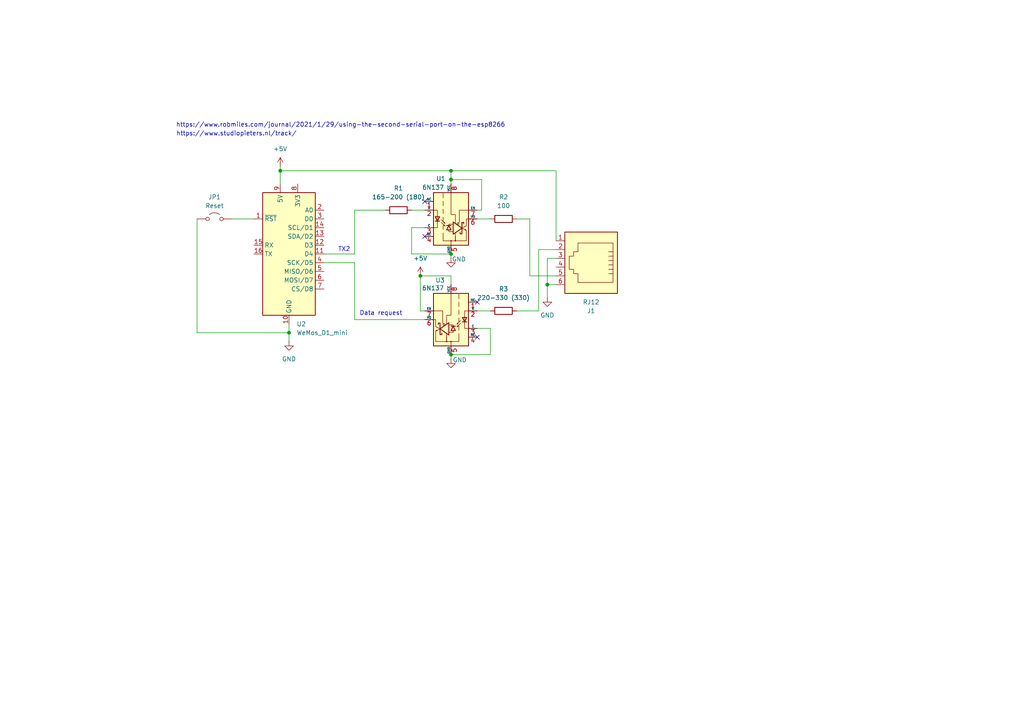
<source format=kicad_sch>
(kicad_sch (version 20231120) (generator "eeschema") (generator_version "8.0")
  (paper "A4")
  (title_block (title "Smartmeter P1 Extender") (date "2025-01-10") (rev "1.0") (company "JMNL Innovation") (comment 1 "Maurice Snoeren"))
  (lib_symbols
    (symbol "Connector:RJ12" (pin_names (offset 1.016))
      (property "Reference" "J" (at -5.08 11.43 0))
      (property "Value" "RJ12" (at 2.54 11.43 0))
      (symbol "RJ12_0_1"
        (polyline (pts (xy -6.35 -1.905) (xy -5.08 -1.905) (xy -5.08 -1.905)))
        (polyline (pts (xy -6.35 -0.635) (xy -5.08 -0.635) (xy -5.08 -0.635)))
        (polyline (pts (xy -6.35 0.635) (xy -5.08 0.635) (xy -5.08 0.635)))
        (polyline (pts (xy -6.35 1.905) (xy -5.08 1.905) (xy -5.08 1.905)))
        (polyline (pts (xy -6.35 3.175) (xy -5.08 3.175) (xy -5.08 3.175)))
        (polyline (pts (xy -5.08 4.445) (xy -6.35 4.445) (xy -6.35 4.445)))
        (polyline (pts (xy -6.35 -4.445) (xy -6.35 6.985) (xy 3.81 6.985) (xy 3.81 4.445) (xy 5.08 4.445) (xy 5.08 3.175) (xy 6.35 3.175) (xy 6.35 -0.635) (xy 5.08 -0.635) (xy 5.08 -1.905) (xy 3.81 -1.905) (xy 3.81 -4.445) (xy -6.35 -4.445) (xy -6.35 -4.445)))
        (rectangle (start 7.62 10.16) (end -7.62 -7.62) (stroke (width 0.254)) (fill (type background)))
      )
      (symbol "RJ12_1_1"
        (pin passive line (at 10.16 -5.08 180) (length 2.54) (name "~") (number "1"))
        (pin passive line (at 10.16 -2.54 180) (length 2.54) (name "~") (number "2"))
        (pin passive line (at 10.16 0 180) (length 2.54) (name "~") (number "3"))
        (pin passive line (at 10.16 2.54 180) (length 2.54) (name "~") (number "4"))
        (pin passive line (at 10.16 5.08 180) (length 2.54) (name "~") (number "5"))
        (pin passive line (at 10.16 7.62 180) (length 2.54) (name "~") (number "6"))
      )
    )
    (symbol "Device:R" (pin_numbers hide) (pin_names (offset 0))
      (property "Reference" "R" (at 2.032 0 90))
      (property "Value" "R" (at 0 0 90))
      (symbol "R_0_1"
        (rectangle (start -1.016 -2.54) (end 1.016 2.54) (stroke (width 0.254)))
      )
      (symbol "R_1_1"
        (pin passive line (at 0 3.81 270) (length 1.27) (name "~") (number "1"))
        (pin passive line (at 0 -3.81 90) (length 1.27) (name "~") (number "2"))
      )
    )
    (symbol "Isolator:6N137" (pin_names (offset 0))
      (property "Reference" "U" (at -4.064 8.89 0))
      (property "Value" "6N137" (at 0 -8.89 0))
      (symbol "6N137_0_1"
        (polyline (pts (xy 0 -6.35) (xy -2.286 -6.35) (xy -2.286 -4.064)))
        (polyline (pts (xy -5.08 -2.54) (xy -3.937 -2.54) (xy -3.937 2.54) (xy -5.08 2.54)))
        (polyline (pts (xy 1.27 -5.08) (xy 1.27 -6.35) (xy 0 -6.35) (xy 0 -7.62)))
        (polyline (pts (xy 3.175 -2.667) (xy 0.635 -4.445) (xy 0.635 -0.889) (xy 3.175 -2.667)) (stroke (width 0.254)))
        (polyline (pts (xy -2.794 -1.016) (xy -1.717 -2.093) (xy -2.076 -1.914) (xy -1.896 -1.734) (xy -1.717 -2.093)))
        (polyline (pts (xy -2.794 -0.254) (xy -1.717 -1.331) (xy -2.076 -1.152) (xy -1.896 -0.972) (xy -1.717 -1.331)))
      )
      (symbol "6N137_1_1"
        (rectangle (start -5.08 7.62) (end 5.08 -7.62) (stroke (width 0.254)) (fill (type background)))
        (circle (center 0 -6.35) (radius 0.127) (fill (type outline)))
        (polyline (pts (xy -4.572 -0.635) (xy -3.302 -0.635)) (stroke (width 0.254)))
        (polyline (pts (xy -2.286 -1.778) (xy -2.286 -3.048)))
        (polyline (pts (xy -2.286 0.508) (xy -2.286 -0.762)))
        (polyline (pts (xy -2.286 2.794) (xy -2.286 1.524)))
        (polyline (pts (xy -2.286 5.08) (xy -2.286 3.81)))
        (polyline (pts (xy -2.286 7.366) (xy -2.286 6.096)))
        (polyline (pts (xy -1.27 -1.905) (xy 0 -1.905)) (stroke (width 0.254)))
        (polyline (pts (xy -0.635 -3.302) (xy -0.635 -3.683) (xy 0.635 -3.683)))
        (polyline (pts (xy -0.635 -1.905) (xy -0.635 -1.524) (xy 0.508 -1.524)))
        (polyline (pts (xy 1.27 -4.064) (xy 1.27 -6.35) (xy 4.445 -6.35)))
        (polyline (pts (xy 3.175 -2.667) (xy 4.445 -3.302) (xy 4.445 -6.35)))
        (polyline (pts (xy -3.937 -0.635) (xy -4.572 0.635) (xy -3.302 0.635) (xy -3.937 -0.635)) (stroke (width 0.254)))
        (polyline (pts (xy -0.635 -1.905) (xy -1.27 -3.175) (xy 0 -3.175) (xy -0.635 -1.905)) (stroke (width 0.254)))
        (polyline (pts (xy 1.27 -1.27) (xy 1.27 1.27) (xy 0 1.27) (xy 0 7.62)))
        (polyline (pts (xy 2.1844 -1.1684) (xy 2.413 -0.889) (xy 2.413 2.54) (xy 5.08 2.54)))
        (polyline (pts (xy 3.175 -2.667) (xy 3.175 -4.318) (xy 2.667 -4.318) (xy 2.667 -3.937)) (stroke (width 0.254)))
        (polyline (pts (xy 3.175 -2.667) (xy 3.175 -1.016) (xy 3.683 -1.016) (xy 3.683 -1.397)) (stroke (width 0.254)))
        (polyline (pts (xy 3.175 -2.667) (xy 4.445 -2.032) (xy 4.445 0) (xy 5.08 0)))
        (polyline (pts (xy 4.445 -3.302) (xy 4.161 -3.018) (xy 4.047 -3.246) (xy 4.445 -3.302)) (stroke (width 0.127)) (fill (type outline)))
        (circle (center 1.27 -6.35) (radius 0.127) (fill (type outline)))
        (circle (center 2.032 -1.397) (radius 0.254))
        (pin passive line (at -7.62 5.08 0) (length 2.54) (name "NC") (number "1"))
        (pin passive line (at -7.62 2.54 0) (length 2.54) (name "A") (number "2"))
        (pin passive line (at -7.62 -2.54 0) (length 2.54) (name "C") (number "3"))
        (pin passive line (at -7.62 -5.08 0) (length 2.54) (name "NC") (number "4"))
        (pin power_in line (at 0 -10.16 90) (length 2.54) (name "GND") (number "5"))
        (pin open_collector line (at 7.62 0 180) (length 2.54) (name "VO") (number "6"))
        (pin input line (at 7.62 2.54 180) (length 2.54) (name "EN") (number "7"))
        (pin power_in line (at 0 10.16 270) (length 2.54) (name "VCC") (number "8"))
      )
    )
    (symbol "Jumper:Jumper_2_Open" (pin_numbers hide) (pin_names (offset 0) hide) (exclude_from_sim yes)
      (property "Reference" "JP" (at 0 2.794 0))
      (property "Value" "Jumper_2_Open" (at 0 -2.286 0))
      (symbol "Jumper_2_Open_0_0"
        (circle (center -2.032 0) (radius 0.508))
        (circle (center 2.032 0) (radius 0.508))
      )
      (symbol "Jumper_2_Open_0_1"
        (arc (start 1.524 1.27) (mid 0 1.778) (end -1.524 1.27))
      )
      (symbol "Jumper_2_Open_1_1"
        (pin passive line (at -5.08 0 0) (length 2.54) (name "A") (number "1"))
        (pin passive line (at 5.08 0 180) (length 2.54) (name "B") (number "2"))
      )
    )
    (symbol "MCU_Module:WeMos_D1_mini"
      (property "Reference" "U" (at 3.81 19.05 0))
      (property "Value" "WeMos_D1_mini" (at 1.27 -19.05 0))
      (symbol "WeMos_D1_mini_1_1"
        (rectangle (start -7.62 17.78) (end 7.62 -17.78) (stroke (width 0.254)) (fill (type background)))
        (pin input line (at -10.16 10.16 0) (length 2.54) (name "~{RST}") (number "1"))
        (pin power_in line (at 0 -20.32 90) (length 2.54) (name "GND") (number "10"))
        (pin bidirectional line (at 10.16 0 180) (length 2.54) (name "D4") (number "11"))
        (pin bidirectional line (at 10.16 2.54 180) (length 2.54) (name "D3") (number "12"))
        (pin bidirectional line (at 10.16 5.08 180) (length 2.54) (name "SDA/D2") (number "13"))
        (pin bidirectional line (at 10.16 7.62 180) (length 2.54) (name "SCL/D1") (number "14"))
        (pin input line (at -10.16 2.54 0) (length 2.54) (name "RX") (number "15"))
        (pin output line (at -10.16 0 0) (length 2.54) (name "TX") (number "16"))
        (pin input line (at 10.16 12.7 180) (length 2.54) (name "A0") (number "2"))
        (pin bidirectional line (at 10.16 10.16 180) (length 2.54) (name "D0") (number "3"))
        (pin bidirectional line (at 10.16 -2.54 180) (length 2.54) (name "SCK/D5") (number "4"))
        (pin bidirectional line (at 10.16 -5.08 180) (length 2.54) (name "MISO/D6") (number "5"))
        (pin bidirectional line (at 10.16 -7.62 180) (length 2.54) (name "MOSI/D7") (number "6"))
        (pin bidirectional line (at 10.16 -10.16 180) (length 2.54) (name "CS/D8") (number "7"))
        (pin power_out line (at 2.54 20.32 270) (length 2.54) (name "3V3") (number "8"))
        (pin power_in line (at -2.54 20.32 270) (length 2.54) (name "5V") (number "9"))
      )
    )
    (symbol "power:+5V" (power) (pin_numbers hide) (pin_names (offset 0) hide)
      (property "Value" "+5V" (at 0 3.556 0))
      (symbol "+5V_0_1"
        (polyline (pts (xy -0.762 1.27) (xy 0 2.54)))
        (polyline (pts (xy 0 0) (xy 0 2.54)))
        (polyline (pts (xy 0 2.54) (xy 0.762 1.27)))
      )
      (symbol "+5V_1_1"
        (pin power_in line (at 0 0 90) (length 0) (name "~") (number "1"))
      )
    )
    (symbol "power:GND" (power) (pin_numbers hide) (pin_names (offset 0) hide)
      (property "Value" "GND" (at 0 -3.81 0))
      (symbol "GND_0_1"
        (polyline (pts (xy 0 0) (xy 0 -1.27) (xy 1.27 -1.27) (xy 0 -2.54) (xy -1.27 -1.27) (xy 0 -1.27)))
      )
      (symbol "GND_1_1"
        (pin power_in line (at 0 0 270) (length 0) (name "~") (number "1"))
      )
    )
  )
  (junction (at 83.82 96.52))
  (junction (at 130.81 73.66))
  (junction (at 158.75 82.55))
  (junction (at 130.81 102.87))
  (junction (at 121.92 80.01))
  (junction (at 81.28 49.53))
  (junction (at 130.81 52.07))
  (junction (at 130.81 49.53))
  (no_connect (at 138.43 97.79))
  (no_connect (at 123.19 68.58))
  (no_connect (at 123.19 58.42))
  (no_connect (at 138.43 87.63))
  (wire (pts (xy 161.29 74.93) (xy 158.75 74.93)))
  (wire (pts (xy 81.28 49.53) (xy 81.28 53.34)))
  (wire (pts (xy 119.38 73.66) (xy 130.81 73.66)))
  (wire (pts (xy 121.92 80.01) (xy 130.81 80.01)))
  (wire (pts (xy 161.29 82.55) (xy 158.75 82.55)))
  (wire (pts (xy 130.81 82.55) (xy 130.81 80.01)))
  (wire (pts (xy 153.67 80.01) (xy 153.67 63.5)))
  (wire (pts (xy 138.43 60.96) (xy 139.7 60.96)))
  (wire (pts (xy 142.24 102.87) (xy 130.81 102.87)))
  (wire (pts (xy 158.75 74.93) (xy 158.75 82.55)))
  (wire (pts (xy 158.75 82.55) (xy 158.75 86.36)))
  (wire (pts (xy 138.43 95.25) (xy 142.24 95.25)))
  (wire (pts (xy 130.81 102.87) (xy 130.81 104.14)))
  (wire (pts (xy 81.28 49.53) (xy 130.81 49.53)))
  (wire (pts (xy 153.67 80.01) (xy 161.29 80.01)))
  (wire (pts (xy 93.98 73.66) (xy 102.87 73.66)))
  (wire (pts (xy 142.24 95.25) (xy 142.24 102.87)))
  (wire (pts (xy 138.43 90.17) (xy 142.24 90.17)))
  (wire (pts (xy 149.86 90.17) (xy 156.21 90.17)))
  (wire (pts (xy 123.19 66.04) (xy 119.38 66.04)))
  (wire (pts (xy 102.87 92.71) (xy 102.87 76.2)))
  (wire (pts (xy 102.87 60.96) (xy 102.87 73.66)))
  (wire (pts (xy 57.15 96.52) (xy 57.15 63.5)))
  (wire (pts (xy 81.28 48.26) (xy 81.28 49.53)))
  (wire (pts (xy 83.82 93.98) (xy 83.82 96.52)))
  (wire (pts (xy 139.7 52.07) (xy 130.81 52.07)))
  (wire (pts (xy 123.19 92.71) (xy 102.87 92.71)))
  (wire (pts (xy 102.87 76.2) (xy 93.98 76.2)))
  (wire (pts (xy 83.82 96.52) (xy 83.82 99.06)))
  (wire (pts (xy 138.43 63.5) (xy 142.24 63.5)))
  (wire (pts (xy 121.92 90.17) (xy 123.19 90.17)))
  (wire (pts (xy 119.38 60.96) (xy 123.19 60.96)))
  (wire (pts (xy 67.31 63.5) (xy 73.66 63.5)))
  (wire (pts (xy 130.81 53.34) (xy 130.81 52.07)))
  (wire (pts (xy 121.92 80.01) (xy 121.92 90.17)))
  (wire (pts (xy 139.7 60.96) (xy 139.7 52.07)))
  (wire (pts (xy 130.81 52.07) (xy 130.81 49.53)))
  (wire (pts (xy 161.29 69.85) (xy 161.29 49.53)))
  (wire (pts (xy 119.38 66.04) (xy 119.38 73.66)))
  (wire (pts (xy 102.87 60.96) (xy 111.76 60.96)))
  (wire (pts (xy 83.82 96.52) (xy 57.15 96.52)))
  (wire (pts (xy 161.29 49.53) (xy 130.81 49.53)))
  (wire (pts (xy 153.67 63.5) (xy 149.86 63.5)))
  (wire (pts (xy 156.21 90.17) (xy 156.21 72.39)))
  (wire (pts (xy 156.21 72.39) (xy 161.29 72.39)))
  (wire (pts (xy 130.81 73.66) (xy 130.81 74.93)))
  (text "TX2" (at 99.822 72.39 0) (effects (font (size 1.27 1.27))))
  (text "Data request" (at 110.49 90.932 0) (effects (font (size 1.27 1.27))))
  (text "https://www.studiopieters.nl/track/" (at 68.58 38.862 0) (effects (font (size 1.27 1.27))))
  (text "https://www.robmiles.com/journal/2021/1/29/using-the-second-serial-port-on-the-esp8266" (at 98.806 36.322 0) (effects (font (size 1.27 1.27))))
  (symbol (lib_id "Isolator:6N137") (at 130.81 92.71 0) (mirror y) (unit 1)
    (property "Reference" "U3" (at 129.032 81.28 0) (effects (justify left)))
    (property "Value" "6N137" (at 128.778 83.566 0) (effects (justify left)))
    (property "Footprint" "Package_DIP:DIP-8_W7.62mm" (effects (hide yes)))
    (property "Datasheet" "https://docs.broadcom.com/docs/AV02-0940EN" (effects (hide yes)))
    (property "Description" "Single High Speed LSTTL/TTL Compatible Optocoupler with enable, dV/dt 1000/us, VCM 10, max 7V VCC, DIP-8" (effects (hide yes)))
  )
  (symbol (lib_id "MCU_Module:WeMos_D1_mini") (at 83.82 73.66 0) (unit 1)
    (property "Reference" "U2" (at 86.0141 93.98 0) (effects (justify left)))
    (property "Value" "WeMos_D1_mini" (at 86.0141 96.52 0) (effects (justify left)))
    (property "Footprint" "Module:WEMOS_D1_mini_light" (effects (hide yes)))
    (property "Datasheet" "https://wiki.wemos.cc/products:d1:d1_mini#documentation" (effects (hide yes)))
    (property "Description" "32-bit microcontroller module with WiFi" (effects (hide yes)))
  )
  (symbol (lib_id "Jumper:Jumper_2_Open") (at 62.23 63.5 0) (unit 1) (exclude_from_sim yes)
    (property "Reference" "JP1" (at 62.23 57.15 0))
    (property "Value" "Reset" (at 62.23 59.69 0))
    (property "Footprint" "Connector_PinHeader_2.54mm:PinHeader_1x02_P2.54mm_Vertical" (effects (hide yes)))
    (property "Description" "Jumper, 2-pole, open" (effects (hide yes)))
  )
  (symbol (lib_id "power:GND") (at 130.81 104.14 0) (unit 1)
    (property "Reference" "#PWR04" (effects (hide yes)))
    (property "Value" "GND" (at 133.35 104.394 0))
    (property "Description" "Power symbol creates a global label with name \"GND\" , ground" (effects (hide yes)))
  )
  (symbol (lib_id "power:GND") (at 158.75 86.36 0) (unit 1)
    (property "Reference" "#PWR05" (effects (hide yes)))
    (property "Value" "GND" (at 158.75 91.44 0))
    (property "Description" "Power symbol creates a global label with name \"GND\" , ground" (effects (hide yes)))
  )
  (symbol (lib_id "Connector:RJ12") (at 171.45 74.93 180) (unit 1)
    (property "Reference" "J1" (at 171.45 90.17 0))
    (property "Value" "RJ12" (at 171.45 87.63 0))
    (property "Footprint" "Connector_RJ:RJ12_Amphenol_54601-x06_Horizontal" (effects (hide yes)))
    (property "Description" "RJ connector, 6P6C (6 positions 6 connected)" (effects (hide yes)))
  )
  (symbol (lib_id "Device:R") (at 115.57 60.96 90) (unit 1)
    (property "Reference" "R1" (at 115.57 54.61 90))
    (property "Value" "165-200 (180)" (at 115.57 57.15 90))
    (property "Footprint" "Resistor_THT:R_Axial_DIN0207_L6.3mm_D2.5mm_P10.16mm_Horizontal" (effects (hide yes)))
    (property "Description" "Resistor" (effects (hide yes)))
  )
  (symbol (lib_id "power:GND") (at 83.82 99.06 0) (unit 1)
    (property "Reference" "#PWR02" (effects (hide yes)))
    (property "Value" "GND" (at 83.82 104.14 0))
    (property "Description" "Power symbol creates a global label with name \"GND\" , ground" (effects (hide yes)))
  )
  (symbol (lib_id "power:+5V") (at 81.28 48.26 0) (unit 1)
    (property "Reference" "#PWR01" (effects (hide yes)))
    (property "Value" "+5V" (at 81.28 43.18 0))
    (property "Description" "Power symbol creates a global label with name \"+5V\"" (effects (hide yes)))
  )
  (symbol (lib_id "Device:R") (at 146.05 90.17 90) (unit 1)
    (property "Reference" "R3" (at 146.05 83.82 90))
    (property "Value" "220-330 (330)" (at 146.05 86.36 90))
    (property "Footprint" "Resistor_THT:R_Axial_DIN0207_L6.3mm_D2.5mm_P10.16mm_Horizontal" (effects (hide yes)))
    (property "Description" "Resistor" (effects (hide yes)))
  )
  (symbol (lib_id "Device:R") (at 146.05 63.5 90) (unit 1)
    (property "Reference" "R2" (at 146.05 57.15 90))
    (property "Value" "100" (at 146.05 59.69 90))
    (property "Footprint" "Resistor_THT:R_Axial_DIN0207_L6.3mm_D2.5mm_P10.16mm_Horizontal" (effects (hide yes)))
    (property "Description" "Resistor" (effects (hide yes)))
  )
  (symbol (lib_id "Isolator:6N137") (at 130.81 63.5 0) (unit 1)
    (property "Reference" "U1" (at 126.492 51.816 0) (effects (justify left)))
    (property "Value" "6N137" (at 122.428 54.356 0) (effects (justify left)))
    (property "Footprint" "Package_DIP:DIP-8_W7.62mm" (effects (hide yes)))
    (property "Datasheet" "https://docs.broadcom.com/docs/AV02-0940EN" (effects (hide yes)))
    (property "Description" "Single High Speed LSTTL/TTL Compatible Optocoupler with enable, dV/dt 1000/us, VCM 10, max 7V VCC, DIP-8" (effects (hide yes)))
  )
  (symbol (lib_id "power:+5V") (at 121.92 80.01 0) (unit 1)
    (property "Reference" "#PWR06" (effects (hide yes)))
    (property "Value" "+5V" (at 121.92 74.93 0))
    (property "Description" "Power symbol creates a global label with name \"+5V\"" (effects (hide yes)))
  )
  (symbol (lib_id "power:GND") (at 130.81 74.93 0) (unit 1)
    (property "Reference" "#PWR03" (effects (hide yes)))
    (property "Value" "GND" (at 133.096 75.184 0))
    (property "Description" "Power symbol creates a global label with name \"GND\" , ground" (effects (hide yes)))
  )
)
</source>
